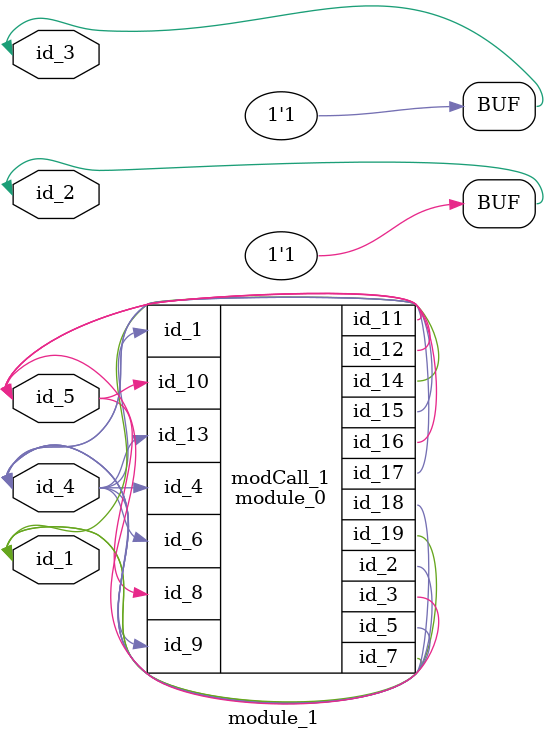
<source format=v>
module module_0 (
    id_1,
    id_2,
    id_3,
    id_4,
    id_5,
    id_6,
    id_7,
    id_8,
    id_9,
    id_10,
    id_11,
    id_12,
    id_13,
    id_14,
    id_15,
    id_16,
    id_17,
    id_18,
    id_19
);
  inout wire id_19;
  inout wire id_18;
  inout wire id_17;
  inout wire id_16;
  inout wire id_15;
  output wire id_14;
  input wire id_13;
  inout wire id_12;
  output wire id_11;
  input wire id_10;
  input wire id_9;
  input wire id_8;
  output wire id_7;
  input wire id_6;
  inout wire id_5;
  input wire id_4;
  inout wire id_3;
  output wire id_2;
  input wire id_1;
  wire id_20, id_21, id_22 = id_19;
endmodule
module module_1 (
    id_1,
    id_2,
    id_3,
    id_4,
    id_5
);
  inout wire id_5;
  inout wire id_4;
  inout wire id_3;
  inout wire id_2;
  inout wire id_1;
  assign id_2[1] = id_4;
  module_0 modCall_1 (
      id_4,
      id_4,
      id_5,
      id_4,
      id_4,
      id_4,
      id_1,
      id_5,
      id_4,
      id_5,
      id_5,
      id_5,
      id_4,
      id_1,
      id_4,
      id_5,
      id_4,
      id_4,
      id_1
  );
  assign {id_2, id_3} = ~1'b0;
endmodule

</source>
